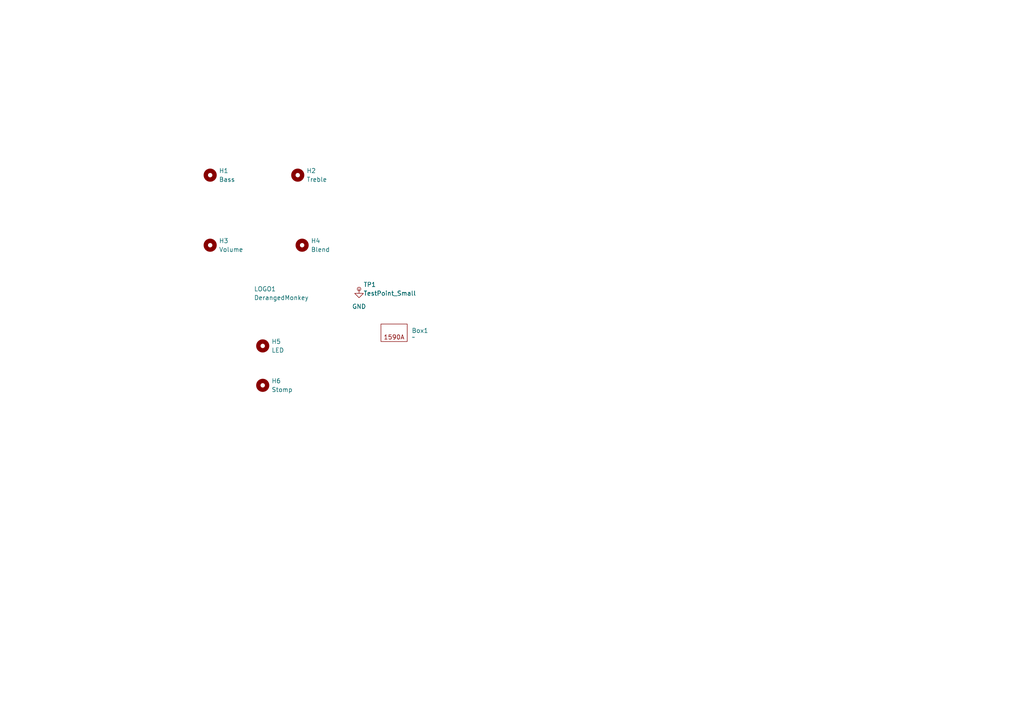
<source format=kicad_sch>
(kicad_sch (version 20231120) (generator "eeschema") (generator_version "8.0")
  (paper "A4")
  (lib_symbols
    (symbol "Connector:TestPoint_Small" (pin_numbers hide) (pin_names (offset 0.762) hide)
      (property "Reference" "TP" (at 0 3.81 0))
      (property "Value" "TestPoint_Small" (at 0 2.032 0))
      (symbol "TestPoint_Small_0_1"
        (circle (center 0 0) (radius 0.508))
      )
      (symbol "TestPoint_Small_1_1"
        (pin passive line (at 0 0 90) (length 0) (name "1") (number "1"))
      )
    )
    (symbol "Mechanical:MountingHole" (pin_names (offset 1.016)) (exclude_from_sim yes) (in_bom no)
      (property "Reference" "H" (at 0 5.08 0))
      (property "Value" "MountingHole" (at 0 3.175 0))
      (symbol "MountingHole_0_1"
        (circle (center 0 0) (radius 1.27) (stroke (width 1.27)))
      )
    )
    (symbol "Mylib:DerangedMonkey" (in_bom no)
      (property "Reference" "LOGO" (at 0 0 0))
      (property "Value" "DerangedMonkey" (at 0 2.54 0))
    )
    (symbol "Mylib:Enclosure_1590A"
      (property "Reference" "Box" (at 0 0 0))
      (symbol "Enclosure_1590A_0_1"
        (rectangle (start -3.81 1.27) (end 3.81 -3.81))
      )
      (symbol "Enclosure_1590A_1_1"
        (text "1590A" (at 0 -2.54 0) (effects (font (size 1.27 1.27))))
      )
    )
    (symbol "power:GND" (power) (pin_numbers hide) (pin_names (offset 0) hide)
      (property "Value" "GND" (at 0 -3.81 0))
      (symbol "GND_0_1"
        (polyline (pts (xy 0 0) (xy 0 -1.27) (xy 1.27 -1.27) (xy 0 -2.54) (xy -1.27 -1.27) (xy 0 -1.27)))
      )
      (symbol "GND_1_1"
        (pin power_in line (at 0 0 270) (length 0) (name "~") (number "1"))
      )
    )
  )
  (symbol (lib_id "Mylib:Enclosure_1590A") (at 114.3 95.25 0) (unit 1)
    (property "Reference" "Box1" (at 119.38 95.8849 0) (effects (justify left)))
    (property "Value" "~" (at 119.38 97.79 0) (effects (justify left)))
    (property "Footprint" "Mylib:1590A" (effects (hide yes)))
  )
  (symbol (lib_id "Mylib:DerangedMonkey") (at 72.39 85.09 0) (unit 1) (in_bom no)
    (property "Reference" "LOGO1" (at 73.66 83.8199 0) (effects (justify left)))
    (property "Value" "DerangedMonkey" (at 73.66 86.3599 0) (effects (justify left)))
    (property "Footprint" "Mylib:DerangedMonkey" (effects (hide yes)))
  )
  (symbol (lib_id "power:GND") (at 104.14 83.82 0) (unit 1)
    (property "Reference" "#PWR1" (effects (hide yes)))
    (property "Value" "GND" (at 104.14 88.9 0))
    (property "Description" "Power symbol creates a global label with name \"GND\" , ground" (effects (hide yes)))
  )
  (symbol (lib_id "Mechanical:MountingHole") (at 76.2 111.76 0) (unit 1) (exclude_from_sim yes) (in_bom no)
    (property "Reference" "H6" (at 78.74 110.4899 0) (effects (justify left)))
    (property "Value" "Stomp" (at 78.74 113.0299 0) (effects (justify left)))
    (property "Footprint" "Mylib:Hole_12.5mm" (effects (hide yes)))
    (property "Description" "Mounting Hole without connection" (effects (hide yes)))
  )
  (symbol (lib_id "Connector:TestPoint_Small") (at 104.14 83.82 0) (unit 1)
    (property "Reference" "TP1" (at 105.41 82.5499 0) (effects (justify left)))
    (property "Value" "TestPoint_Small" (at 105.41 85.0899 0) (effects (justify left)))
    (property "Footprint" "TestPoint:TestPoint_Pad_4.0x4.0mm" (effects (hide yes)))
    (property "Description" "test point" (effects (hide yes)))
  )
  (symbol (lib_id "Mechanical:MountingHole") (at 76.2 100.33 0) (unit 1) (exclude_from_sim yes) (in_bom no)
    (property "Reference" "H5" (at 78.74 99.0599 0) (effects (justify left)))
    (property "Value" "LED" (at 78.74 101.5999 0) (effects (justify left)))
    (property "Footprint" "Mylib:Hole_6mm" (effects (hide yes)))
    (property "Description" "Mounting Hole without connection" (effects (hide yes)))
  )
  (symbol (lib_id "Mechanical:MountingHole") (at 60.96 50.8 0) (unit 1) (exclude_from_sim yes) (in_bom no)
    (property "Reference" "H1" (at 63.5 49.5299 0) (effects (justify left)))
    (property "Value" "Bass" (at 63.5 52.0699 0) (effects (justify left)))
    (property "Footprint" "Mylib:Hole_7mm" (effects (hide yes)))
    (property "Description" "Mounting Hole without connection" (effects (hide yes)))
  )
  (symbol (lib_id "Mechanical:MountingHole") (at 60.96 71.12 0) (unit 1) (exclude_from_sim yes) (in_bom no)
    (property "Reference" "H3" (at 63.5 69.8499 0) (effects (justify left)))
    (property "Value" "Volume" (at 63.5 72.3899 0) (effects (justify left)))
    (property "Footprint" "Mylib:Hole_7mm" (effects (hide yes)))
    (property "Description" "Mounting Hole without connection" (effects (hide yes)))
  )
  (symbol (lib_id "Mechanical:MountingHole") (at 87.63 71.12 0) (unit 1) (exclude_from_sim yes) (in_bom no)
    (property "Reference" "H4" (at 90.17 69.8499 0) (effects (justify left)))
    (property "Value" "Blend" (at 90.17 72.3899 0) (effects (justify left)))
    (property "Footprint" "Mylib:Hole_7mm" (effects (hide yes)))
    (property "Description" "Mounting Hole without connection" (effects (hide yes)))
  )
  (symbol (lib_id "Mechanical:MountingHole") (at 86.36 50.8 0) (unit 1) (exclude_from_sim yes) (in_bom no)
    (property "Reference" "H2" (at 88.9 49.5299 0) (effects (justify left)))
    (property "Value" "Treble" (at 88.9 52.0699 0) (effects (justify left)))
    (property "Footprint" "Mylib:Hole_7mm" (effects (hide yes)))
    (property "Description" "Mounting Hole without connection" (effects (hide yes)))
  )
)
</source>
